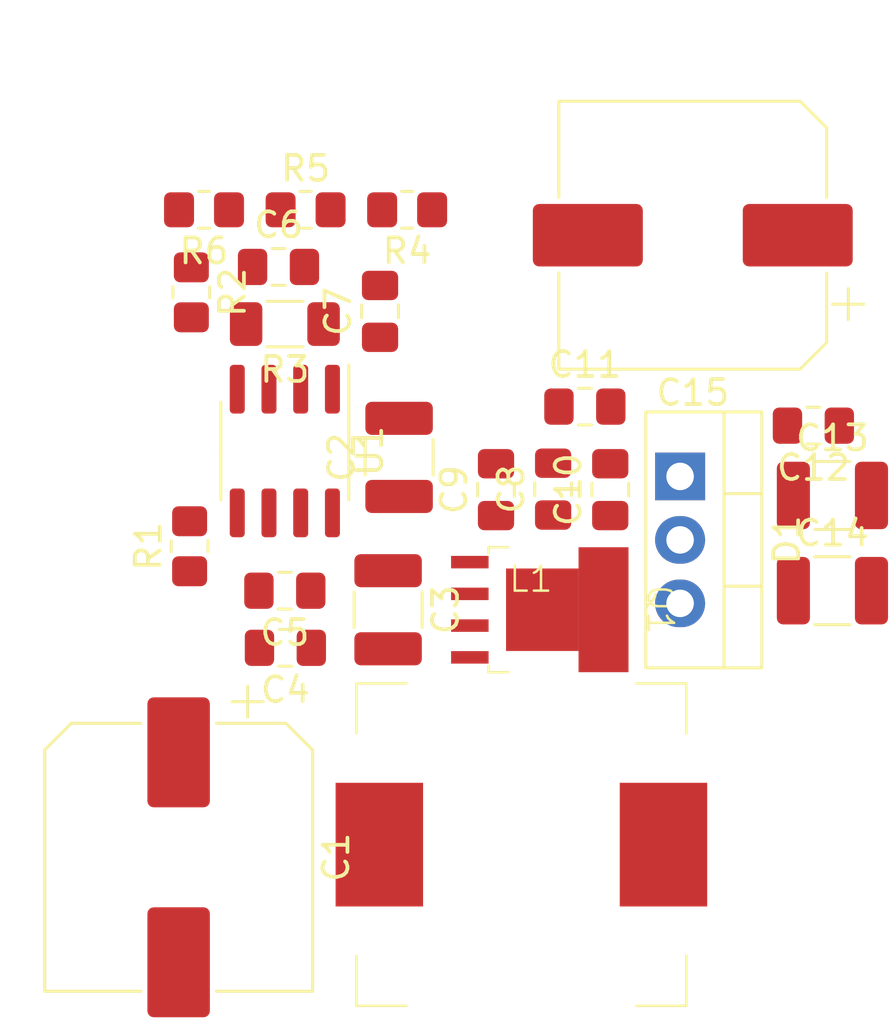
<source format=kicad_pcb>
(kicad_pcb (version 20221018) (generator pcbnew)
  (layers (0 "F.Cu" signal) (1 "In1.Cu" signal) (2 "In2.Cu" signal) (31 "B.Cu" signal) (34 "B.Paste" user) (35 "F.Paste" user) (36 "B.SilkS" user "B.Silkscreen") (37 "F.SilkS" user "F.Silkscreen") (38 "B.Mask" user) (39 "F.Mask" user) (44 "Edge.Cuts" user))
  (net 0 "")
  (net 1 "/VIN")
  (net 2 "GND")
  (net 3 "/S_COMP_POSB_R2")
  (net 4 "/S_COMP_POSB")
  (net 5 "/S_ISEN_POSB")
  (net 6 "Net-(D1-K)")
  (net 7 "/S_FA{slash}SD_POSB")
  (net 8 "/S_DIV")
  (net 9 "/S_FB_POSB")
  (net 10 "/DR_POSB")
  (net 11 "/SW_POSB")
  (footprint "Resistor_SMD:R_0805_2012Metric_Pad1.20x1.40mm_HandSolder" (layer "F.Cu") (at 180.848 66.802 180)
    (fp_text reference "R4" (at 0 -1.65) (layer "F.SilkS"))
    (fp_text value "100k")
    (fp_line (start -0.227064 -0.735) (end 0.227064 -0.735) (stroke (width 0.12)) (layer "F.SilkS"))
    (fp_line (start -0.227064 0.735) (end 0.227064 0.735) (stroke (width 0.12)) (layer "F.SilkS"))
    (pad "1" smd roundrect (at -1 0 180) (size 1.2 1.4) (layers "F.Cu" "F.Paste" "F.Mask") (roundrect_rratio 0.2083333333) (net 6 "Net-(D1-K)"))
    (pad "2" smd roundrect (at 1 0 180) (size 1.2 1.4) (layers "F.Cu" "F.Paste" "F.Mask") (roundrect_rratio 0.2083333333) (net 8 "/S_DIV"))
  )
  (footprint "Capacitor_SMD:CP_Elec_10x10.5" (layer "F.Cu") (at 171.704 92.71 -90)
    (fp_text reference "C1" (at 0 -6.3 90) (layer "F.SilkS"))
    (fp_text value "220u")
    (fp_line (start -6.85 -2.76) (end -5.6 -2.76) (stroke (width 0.12)) (layer "F.SilkS"))
    (fp_line (start -6.225 -3.385) (end -6.225 -2.135) (stroke (width 0.12)) (layer "F.SilkS"))
    (fp_line (start -5.36 -4.295563) (end -5.36 -1.51) (stroke (width 0.12)) (layer "F.SilkS"))
    (fp_line (start -5.36 -4.295563) (end -4.295563 -5.36) (stroke (width 0.12)) (layer "F.SilkS"))
    (fp_line (start -5.36 4.295563) (end -5.36 1.51) (stroke (width 0.12)) (layer "F.SilkS"))
    (fp_line (start -5.36 4.295563) (end -4.295563 5.36) (stroke (width 0.12)) (layer "F.SilkS"))
    (fp_line (start -4.295563 -5.36) (end 5.36 -5.36) (stroke (width 0.12)) (layer "F.SilkS"))
    (fp_line (start -4.295563 5.36) (end 5.36 5.36) (stroke (width 0.12)) (layer "F.SilkS"))
    (fp_line (start 5.36 -5.36) (end 5.36 -1.51) (stroke (width 0.12)) (layer "F.SilkS"))
    (fp_line (start 5.36 5.36) (end 5.36 1.51) (stroke (width 0.12)) (layer "F.SilkS"))
    (pad "1" smd roundrect (at -4.2 0 270) (size 4.4 2.5) (layers "F.Cu" "F.Paste" "F.Mask") (roundrect_rratio 0.1) (net 1 "/VIN"))
    (pad "2" smd roundrect (at 4.2 0 270) (size 4.4 2.5) (layers "F.Cu" "F.Paste" "F.Mask") (roundrect_rratio 0.1) (net 2 "GND"))
  )
  (footprint "Resistor_SMD:R_0805_2012Metric_Pad1.20x1.40mm_HandSolder" (layer "F.Cu") (at 172.144 80.264 90)
    (fp_text reference "R1" (at 0 -1.65 90) (layer "F.SilkS"))
    (fp_text value "13k")
    (fp_line (start -0.227064 -0.735) (end 0.227064 -0.735) (stroke (width 0.12)) (layer "F.SilkS"))
    (fp_line (start -0.227064 0.735) (end 0.227064 0.735) (stroke (width 0.12)) (layer "F.SilkS"))
    (pad "1" smd roundrect (at -1 0 90) (size 1.2 1.4) (layers "F.Cu" "F.Paste" "F.Mask") (roundrect_rratio 0.2083333333) (net 7 "/S_FA{slash}SD_POSB"))
    (pad "2" smd roundrect (at 1 0 90) (size 1.2 1.4) (layers "F.Cu" "F.Paste" "F.Mask") (roundrect_rratio 0.2083333333) (net 2 "GND"))
  )
  (footprint "Capacitor_SMD:C_0805_2012Metric_Pad1.18x1.45mm_HandSolder" (layer "F.Cu") (at 175.954 82.042 180)
    (fp_text reference "C5" (at 0 -1.68) (layer "F.SilkS"))
    (fp_text value "100n")
    (fp_line (start -0.261252 -0.735) (end 0.261252 -0.735) (stroke (width 0.12)) (layer "F.SilkS"))
    (fp_line (start -0.261252 0.735) (end 0.261252 0.735) (stroke (width 0.12)) (layer "F.SilkS"))
    (pad "1" smd roundrect (at -1.0375 0 180) (size 1.175 1.45) (layers "F.Cu" "F.Paste" "F.Mask") (roundrect_rratio 0.2127659574) (net 1 "/VIN"))
    (pad "2" smd roundrect (at 1.0375 0 180) (size 1.175 1.45) (layers "F.Cu" "F.Paste" "F.Mask") (roundrect_rratio 0.2127659574) (net 2 "GND"))
  )
  (footprint "Capacitor_SMD:C_0805_2012Metric_Pad1.18x1.45mm_HandSolder" (layer "F.Cu") (at 175.9755 84.328 180)
    (fp_text reference "C4" (at 0 -1.68) (layer "F.SilkS"))
    (fp_text value "1u")
    (fp_line (start -0.261252 -0.735) (end 0.261252 -0.735) (stroke (width 0.12)) (layer "F.SilkS"))
    (fp_line (start -0.261252 0.735) (end 0.261252 0.735) (stroke (width 0.12)) (layer "F.SilkS"))
    (pad "1" smd roundrect (at -1.0375 0 180) (size 1.175 1.45) (layers "F.Cu" "F.Paste" "F.Mask") (roundrect_rratio 0.2127659574) (net 1 "/VIN"))
    (pad "2" smd roundrect (at 1.0375 0 180) (size 1.175 1.45) (layers "F.Cu" "F.Paste" "F.Mask") (roundrect_rratio 0.2127659574) (net 2 "GND"))
  )
  (footprint "Package_TO_SOT_THT:TO-220-3_Vertical" (layer "F.Cu") (at 191.77 77.47 -90)
    (fp_text reference "D1" (at 2.54 -4.27 90) (layer "F.SilkS"))
    (fp_text value "WNS40H100CB")
    (fp_line (start -2.58 -3.27) (end -2.58 1.371) (stroke (width 0.12)) (layer "F.SilkS"))
    (fp_line (start -2.58 -3.27) (end 7.66 -3.27) (stroke (width 0.12)) (layer "F.SilkS"))
    (fp_line (start -2.58 -1.76) (end 7.66 -1.76) (stroke (width 0.12)) (layer "F.SilkS"))
    (fp_line (start -2.58 1.371) (end 7.66 1.371) (stroke (width 0.12)) (layer "F.SilkS"))
    (fp_line (start 0.69 -3.27) (end 0.69 -1.76) (stroke (width 0.12)) (layer "F.SilkS"))
    (fp_line (start 4.391 -3.27) (end 4.391 -1.76) (stroke (width 0.12)) (layer "F.SilkS"))
    (fp_line (start 7.66 -3.27) (end 7.66 1.371) (stroke (width 0.12)) (layer "F.SilkS"))
    (pad "1" thru_hole rect (at 0 0 270) (size 1.905 2) (drill 1.1) (layers "*.Cu" "*.Mask") (net 11 "/SW_POSB"))
    (pad "2" thru_hole oval (at 2.54 0 270) (size 1.905 2) (drill 1.1) (layers "*.Cu" "*.Mask") (net 6 "Net-(D1-K)"))
    (pad "3" thru_hole oval (at 5.08 0 270) (size 1.905 2) (drill 1.1) (layers "*.Cu" "*.Mask") (net 11 "/SW_POSB"))
  )
  (footprint "Package_SO:SOIC-8_3.9x4.9mm_P1.27mm" (layer "F.Cu") (at 175.954 76.454 -90)
    (fp_text reference "U1" (at 0 -3.4 90) (layer "F.SilkS"))
    (fp_text value "LM3478MA")
    (fp_line (start 0 -2.56) (end -3.45 -2.56) (stroke (width 0.12)) (layer "F.SilkS"))
    (fp_line (start 0 -2.56) (end 1.95 -2.56) (stroke (width 0.12)) (layer "F.SilkS"))
    (fp_line (start 0 2.56) (end -1.95 2.56) (stroke (width 0.12)) (layer "F.SilkS"))
    (fp_line (start 0 2.56) (end 1.95 2.56) (stroke (width 0.12)) (layer "F.SilkS"))
    (pad "1" smd roundrect (at -2.475 -1.905 270) (size 1.95 0.6) (layers "F.Cu" "F.Paste" "F.Mask") (net 5 "/S_ISEN_POSB"))
    (pad "2" smd roundrect (at -2.475 -0.635 270) (size 1.95 0.6) (layers "F.Cu" "F.Paste" "F.Mask") (net 4 "/S_COMP_POSB"))
    (pad "3" smd roundrect (at -2.475 0.635 270) (size 1.95 0.6) (layers "F.Cu" "F.Paste" "F.Mask") (net 9 "/S_FB_POSB"))
    (pad "4" smd roundrect (at -2.475 1.905 270) (size 1.95 0.6) (layers "F.Cu" "F.Paste" "F.Mask") (net 2 "GND"))
    (pad "5" smd roundrect (at 2.475 1.905 270) (size 1.95 0.6) (layers "F.Cu" "F.Paste" "F.Mask") (net 2 "GND"))
    (pad "6" smd roundrect (at 2.475 0.635 270) (size 1.95 0.6) (layers "F.Cu" "F.Paste" "F.Mask") (net 10 "/DR_POSB"))
    (pad "7" smd roundrect (at 2.475 -0.635 270) (size 1.95 0.6) (layers "F.Cu" "F.Paste" "F.Mask") (net 7 "/S_FA{slash}SD_POSB"))
    (pad "8" smd roundrect (at 2.475 -1.905 270) (size 1.95 0.6) (layers "F.Cu" "F.Paste" "F.Mask") (net 1 "/VIN"))
  )
  (footprint "Resistor_SMD:R_1206_3216Metric_Pad1.30x1.75mm_HandSolder" (layer "F.Cu") (at 175.954 71.374 180)
    (fp_text reference "R3" (at 0 -1.82) (layer "F.SilkS"))
    (fp_text value "15.5m")
    (fp_line (start -0.727064 -0.91) (end 0.727064 -0.91) (stroke (width 0.12)) (layer "F.SilkS"))
    (fp_line (start -0.727064 0.91) (end 0.727064 0.91) (stroke (width 0.12)) (layer "F.SilkS"))
    (pad "1" smd roundrect (at -1.55 0 180) (size 1.3 1.75) (layers "F.Cu" "F.Paste" "F.Mask") (roundrect_rratio 0.1923076923) (net 5 "/S_ISEN_POSB"))
    (pad "2" smd roundrect (at 1.55 0 180) (size 1.3 1.75) (layers "F.Cu" "F.Paste" "F.Mask") (roundrect_rratio 0.1923076923) (net 2 "GND"))
  )
  (footprint "filip:IHLP5050FD" (layer "F.Cu") (at 185.42 92.202)
    (fp_text reference "L1" (at 0.379 -10.62 unlocked) (layer "F.SilkS") (effects (font (thickness 0.1))))
    (fp_text value "5.6u")
    (fp_line (start -6.6 -4.45) (end -6.6 -6.45) (stroke (width 0.1)) (layer "F.SilkS"))
    (fp_line (start -6.6 4.45) (end -6.6 6.45) (stroke (width 0.1)) (layer "F.SilkS"))
    (fp_line (start -4.6 -6.45) (end -6.6 -6.45) (stroke (width 0.1)) (layer "F.SilkS"))
    (fp_line (start -4.6 6.45) (end -6.6 6.45) (stroke (width 0.1)) (layer "F.SilkS"))
    (fp_line (start 4.6 -6.45) (end 6.6 -6.45) (stroke (width 0.1)) (layer "F.SilkS"))
    (fp_line (start 4.6 6.45) (end 6.6 6.45) (stroke (width 0.1)) (layer "F.SilkS"))
    (fp_line (start 6.6 -4.45) (end 6.6 -6.45) (stroke (width 0.1)) (layer "F.SilkS"))
    (fp_line (start 6.6 4.45) (end 6.6 6.45) (stroke (width 0.1)) (layer "F.SilkS"))
    (pad "1" smd rect (at -3.935 0) (size 3.5 4.95) (drill (offset -1.75 0)) (layers "F.Cu" "F.Paste" "F.Mask") (net 1 "/VIN"))
    (pad "2" smd rect (at 3.935 0) (size 3.5 4.95) (drill (offset 1.75 0)) (layers "F.Cu" "F.Paste" "F.Mask") (net 11 "/SW_POSB"))
  )
  (footprint "filip:PSMN4R0" (layer "F.Cu") (at 185.906 82.804 -90)
    (fp_text reference "Q1" (at 0 -5.08 -90 unlocked) (layer "F.SilkS") (effects (font (thickness 0.1))))
    (fp_text value "IPP029N15NM6")
    (fp_line (start -2.5 1.8) (end -2.5 1) (stroke (width 0.1)) (layer "F.SilkS"))
    (fp_line (start -2.5 1.8) (end -2.25 1.8) (stroke (width 0.1)) (layer "F.SilkS"))
    (fp_line (start 2.5 1.8) (end 2.25 1.8) (stroke (width 0.1)) (layer "F.SilkS"))
    (fp_line (start 2.5 1.8) (end 2.5 1) (stroke (width 0.1)) (layer "F.SilkS"))
    (pad "1" smd rect (at 0 -1.8 270) (size 3.3 2.9) (drill (offset 0 1.45)) (layers "F.Cu" "F.Paste" "F.Mask") (net 11 "/SW_POSB"))
    (pad "1" smd rect (at 0 -1.8 270) (size 5 2) (drill (offset 0 -1)) (layers "F.Cu" "F.Paste" "F.Mask") (net 11 "/SW_POSB"))
    (pad "2" smd rect (at 1.905 3.3 270) (size 0.5 1.5) (drill (offset 0 -0.75)) (layers "F.Cu" "F.Paste" "F.Mask") (net 10 "/DR_POSB"))
    (pad "3" smd rect (at -1.905 3.3 270) (size 0.5 1.5) (drill (offset 0 -0.75)) (layers "F.Cu" "F.Paste" "F.Mask") (net 5 "/S_ISEN_POSB"))
    (pad "3" smd rect (at -0.635 3.3 270) (size 0.5 1.5) (drill (offset 0 -0.75)) (layers "F.Cu" "F.Paste" "F.Mask") (net 5 "/S_ISEN_POSB"))
    (pad "3" smd rect (at 0.635 3.3 270) (size 0.5 1.5) (drill (offset 0 -0.75)) (layers "F.Cu" "F.Paste" "F.Mask") (net 5 "/S_ISEN_POSB"))
  )
  (footprint "Capacitor_SMD:C_1210_3225Metric_Pad1.33x2.70mm_HandSolder" (layer "F.Cu") (at 197.866 78.232)
    (fp_text reference "C13" (at 0 -2.3) (layer "F.SilkS"))
    (fp_text value "47u")
    (fp_line (start -0.711252 -1.36) (end 0.711252 -1.36) (stroke (width 0.12)) (layer "F.SilkS"))
    (fp_line (start -0.711252 1.36) (end 0.711252 1.36) (stroke (width 0.12)) (layer "F.SilkS"))
    (pad "1" smd roundrect (at -1.5625 0) (size 1.325 2.7) (layers "F.Cu" "F.Paste" "F.Mask") (roundrect_rratio 0.1886792453) (net 6 "Net-(D1-K)"))
    (pad "2" smd roundrect (at 1.5625 0) (size 1.325 2.7) (layers "F.Cu" "F.Paste" "F.Mask") (roundrect_rratio 0.1886792453) (net 2 "GND"))
  )
  (footprint "Capacitor_SMD:C_0805_2012Metric_Pad1.18x1.45mm_HandSolder" (layer "F.Cu") (at 188.976 77.9995 90)
    (fp_text reference "C10" (at 0 -1.68 90) (layer "F.SilkS"))
    (fp_text value "1u")
    (fp_line (start -0.261252 -0.735) (end 0.261252 -0.735) (stroke (width 0.12)) (layer "F.SilkS"))
    (fp_line (start -0.261252 0.735) (end 0.261252 0.735) (stroke (width 0.12)) (layer "F.SilkS"))
    (pad "1" smd roundrect (at -1.0375 0 90) (size 1.175 1.45) (layers "F.Cu" "F.Paste" "F.Mask") (roundrect_rratio 0.2127659574) (net 11 "/SW_POSB"))
    (pad "2" smd roundrect (at 1.0375 0 90) (size 1.175 1.45) (layers "F.Cu" "F.Paste" "F.Mask") (roundrect_rratio 0.2127659574) (net 2 "GND"))
  )
  (footprint "Capacitor_SMD:C_1210_3225Metric_Pad1.33x2.70mm_HandSolder" (layer "F.Cu") (at 180.526 76.708 90)
    (fp_text reference "C2" (at 0 -2.3 90) (layer "F.SilkS"))
    (fp_text value "47u")
    (fp_line (start -0.711252 -1.36) (end 0.711252 -1.36) (stroke (width 0.12)) (layer "F.SilkS"))
    (fp_line (start -0.711252 1.36) (end 0.711252 1.36) (stroke (width 0.12)) (layer "F.SilkS"))
    (pad "1" smd roundrect (at -1.5625 0 90) (size 1.325 2.7) (layers "F.Cu" "F.Paste" "F.Mask") (roundrect_rratio 0.1886792453) (net 1 "/VIN"))
    (pad "2" smd roundrect (at 1.5625 0 90) (size 1.325 2.7) (layers "F.Cu" "F.Paste" "F.Mask") (roundrect_rratio 0.1886792453) (net 2 "GND"))
  )
  (footprint "Resistor_SMD:R_0805_2012Metric_Pad1.20x1.40mm_HandSolder" (layer "F.Cu") (at 172.212 70.104 -90)
    (fp_text reference "R2" (at 0 -1.65 90) (layer "F.SilkS"))
    (fp_text value "10k")
    (fp_line (start -0.227064 -0.735) (end 0.227064 -0.735) (stroke (width 0.12)) (layer "F.SilkS"))
    (fp_line (start -0.227064 0.735) (end 0.227064 0.735) (stroke (width 0.12)) (layer "F.SilkS"))
    (pad "1" smd roundrect (at -1 0 270) (size 1.2 1.4) (layers "F.Cu" "F.Paste" "F.Mask") (roundrect_rratio 0.2083333333) (net 3 "/S_COMP_POSB_R2"))
    (pad "2" smd roundrect (at 1 0 270) (size 1.2 1.4) (layers "F.Cu" "F.Paste" "F.Mask") (roundrect_rratio 0.2083333333) (net 2 "GND"))
  )
  (footprint "Capacitor_SMD:C_0805_2012Metric_Pad1.18x1.45mm_HandSolder" (layer "F.Cu") (at 175.7 69.088)
    (fp_text reference "C6" (at 0 -1.68) (layer "F.SilkS"))
    (fp_text value "2.2n")
    (fp_line (start -0.261252 -0.735) (end 0.261252 -0.735) (stroke (width 0.12)) (layer "F.SilkS"))
    (fp_line (start -0.261252 0.735) (end 0.261252 0.735) (stroke (width 0.12)) (layer "F.SilkS"))
    (pad "1" smd roundrect (at -1.0375 0) (size 1.175 1.45) (layers "F.Cu" "F.Paste" "F.Mask") (roundrect_rratio 0.2127659574) (net 3 "/S_COMP_POSB_R2"))
    (pad "2" smd roundrect (at 1.0375 0) (size 1.175 1.45) (layers "F.Cu" "F.Paste" "F.Mask") (roundrect_rratio 0.2127659574) (net 4 "/S_COMP_POSB"))
  )
  (footprint "Capacitor_SMD:C_0805_2012Metric_Pad1.18x1.45mm_HandSolder" (layer "F.Cu") (at 197.104 75.438 180)
    (fp_text reference "C12" (at 0 -1.68) (layer "F.SilkS"))
    (fp_text value "1u")
    (fp_line (start -0.261252 -0.735) (end 0.261252 -0.735) (stroke (width 0.12)) (layer "F.SilkS"))
    (fp_line (start -0.261252 0.735) (end 0.261252 0.735) (stroke (width 0.12)) (layer "F.SilkS"))
    (pad "1" smd roundrect (at -1.0375 0 180) (size 1.175 1.45) (layers "F.Cu" "F.Paste" "F.Mask") (roundrect_rratio 0.2127659574) (net 6 "Net-(D1-K)"))
    (pad "2" smd roundrect (at 1.0375 0 180) (size 1.175 1.45) (layers "F.Cu" "F.Paste" "F.Mask") (roundrect_rratio 0.2127659574) (net 11 "/SW_POSB"))
  )
  (footprint "Capacitor_SMD:C_0805_2012Metric_Pad1.18x1.45mm_HandSolder" (layer "F.Cu") (at 179.764 70.866 90)
    (fp_text reference "C7" (at 0 -1.68 90) (layer "F.SilkS"))
    (fp_text value "220n")
    (fp_line (start -0.261252 -0.735) (end 0.261252 -0.735) (stroke (width 0.12)) (layer "F.SilkS"))
    (fp_line (start -0.261252 0.735) (end 0.261252 0.735) (stroke (width 0.12)) (layer "F.SilkS"))
    (pad "1" smd roundrect (at -1.0375 0 90) (size 1.175 1.45) (layers "F.Cu" "F.Paste" "F.Mask") (roundrect_rratio 0.2127659574) (net 5 "/S_ISEN_POSB"))
    (pad "2" smd roundrect (at 1.0375 0 90) (size 1.175 1.45) (layers "F.Cu" "F.Paste" "F.Mask") (roundrect_rratio 0.2127659574) (net 2 "GND"))
  )
  (footprint "Capacitor_SMD:C_1210_3225Metric_Pad1.33x2.70mm_HandSolder" (layer "F.Cu") (at 197.866 82.042)
    (fp_text reference "C14" (at 0 -2.3) (layer "F.SilkS"))
    (fp_text value "47u")
    (fp_line (start -0.711252 -1.36) (end 0.711252 -1.36) (stroke (width 0.12)) (layer "F.SilkS"))
    (fp_line (start -0.711252 1.36) (end 0.711252 1.36) (stroke (width 0.12)) (layer "F.SilkS"))
    (pad "1" smd roundrect (at -1.5625 0) (size 1.325 2.7) (layers "F.Cu" "F.Paste" "F.Mask") (roundrect_rratio 0.1886792453) (net 6 "Net-(D1-K)"))
    (pad "2" smd roundrect (at 1.5625 0) (size 1.325 2.7) (layers "F.Cu" "F.Paste" "F.Mask") (roundrect_rratio 0.1886792453) (net 2 "GND"))
  )
  (footprint "Resistor_SMD:R_0805_2012Metric_Pad1.20x1.40mm_HandSolder" (layer "F.Cu") (at 176.784 66.802)
    (fp_text reference "R5" (at 0 -1.65) (layer "F.SilkS"))
    (fp_text value "27k")
    (fp_line (start -0.227064 -0.735) (end 0.227064 -0.735) (stroke (width 0.12)) (layer "F.SilkS"))
    (fp_line (start -0.227064 0.735) (end 0.227064 0.735) (stroke (width 0.12)) (layer "F.SilkS"))
    (pad "1" smd roundrect (at -1 0) (size 1.2 1.4) (layers "F.Cu" "F.Paste" "F.Mask") (roundrect_rratio 0.2083333333) (net 8 "/S_DIV"))
    (pad "2" smd roundrect (at 1 0) (size 1.2 1.4) (layers "F.Cu" "F.Paste" "F.Mask") (roundrect_rratio 0.2083333333) (net 9 "/S_FB_POSB"))
  )
  (footprint "Capacitor_SMD:C_0805_2012Metric_Pad1.18x1.45mm_HandSolder" (layer "F.Cu") (at 184.404 77.9995 90)
    (fp_text reference "C9" (at 0 -1.68 90) (layer "F.SilkS"))
    (fp_text value "100n")
    (fp_line (start -0.261252 -0.735) (end 0.261252 -0.735) (stroke (width 0.12)) (layer "F.SilkS"))
    (fp_line (start -0.261252 0.735) (end 0.261252 0.735) (stroke (width 0.12)) (layer "F.SilkS"))
    (pad "1" smd roundrect (at -1.0375 0 90) (size 1.175 1.45) (layers "F.Cu" "F.Paste" "F.Mask") (roundrect_rratio 0.2127659574) (net 11 "/SW_POSB"))
    (pad "2" smd roundrect (at 1.0375 0 90) (size 1.175 1.45) (layers "F.Cu" "F.Paste" "F.Mask") (roundrect_rratio 0.2127659574) (net 2 "GND"))
  )
  (footprint "Capacitor_SMD:C_0805_2012Metric_Pad1.18x1.45mm_HandSolder" (layer "F.Cu") (at 186.69 77.978 90)
    (fp_text reference "C8" (at 0 -1.68 90) (layer "F.SilkS"))
    (fp_text value "100n")
    (fp_line (start -0.261252 -0.735) (end 0.261252 -0.735) (stroke (width 0.12)) (layer "F.SilkS"))
    (fp_line (start -0.261252 0.735) (end 0.261252 0.735) (stroke (width 0.12)) (layer "F.SilkS"))
    (pad "1" smd roundrect (at -1.0375 0 90) (size 1.175 1.45) (layers "F.Cu" "F.Paste" "F.Mask") (roundrect_rratio 0.2127659574) (net 11 "/SW_POSB"))
    (pad "2" smd roundrect (at 1.0375 0 90) (size 1.175 1.45) (layers "F.Cu" "F.Paste" "F.Mask") (roundrect_rratio 0.2127659574) (net 2 "GND"))
  )
  (footprint "Capacitor_SMD:C_0805_2012Metric_Pad1.18x1.45mm_HandSolder" (layer "F.Cu") (at 187.96 74.676)
    (fp_text reference "C11" (at 0 -1.68) (layer "F.SilkS"))
    (fp_text value "100n")
    (fp_line (start -0.261252 -0.735) (end 0.261252 -0.735) (stroke (width 0.12)) (layer "F.SilkS"))
    (fp_line (start -0.261252 0.735) (end 0.261252 0.735) (stroke (width 0.12)) (layer "F.SilkS"))
    (pad "1" smd roundrect (at -1.0375 0) (size 1.175 1.45) (layers "F.Cu" "F.Paste" "F.Mask") (roundrect_rratio 0.2127659574) (net 6 "Net-(D1-K)"))
    (pad "2" smd roundrect (at 1.0375 0) (size 1.175 1.45) (layers "F.Cu" "F.Paste" "F.Mask") (roundrect_rratio 0.2127659574) (net 11 "/SW_POSB"))
  )
  (footprint "Capacitor_SMD:C_1210_3225Metric_Pad1.33x2.70mm_HandSolder" (layer "F.Cu") (at 180.086 82.804 -90)
    (fp_text reference "C3" (at 0 -2.3 -270) (layer "F.SilkS"))
    (fp_text value "47u")
    (fp_line (start -0.711252 -1.36) (end 0.711252 -1.36) (stroke (width 0.12)) (layer "F.SilkS"))
    (fp_line (start -0.711252 1.36) (end 0.711252 1.36) (stroke (width 0.12)) (layer "F.SilkS"))
    (pad "1" smd roundrect (at -1.5625 0 270) (size 1.325 2.7) (layers "F.Cu" "F.Paste" "F.Mask") (roundrect_rratio 0.1886792453) (net 1 "/VIN"))
    (pad "2" smd roundrect (at 1.5625 0 270) (size 1.325 2.7) (layers "F.Cu" "F.Paste" "F.Mask") (roundrect_rratio 0.1886792453) (net 2 "GND"))
  )
  (footprint "Capacitor_SMD:CP_Elec_10x10.5" (layer "F.Cu") (at 192.278 67.818 180)
    (fp_text reference "C15" (at 0 -6.3) (layer "F.SilkS"))
    (fp_text value "220u")
    (fp_line (start -6.85 -2.76) (end -5.6 -2.76) (stroke (width 0.12)) (layer "F.SilkS"))
    (fp_line (start -6.225 -3.385) (end -6.225 -2.135) (stroke (width 0.12)) (layer "F.SilkS"))
    (fp_line (start -5.36 -4.295563) (end -5.36 -1.51) (stroke (width 0.12)) (layer "F.SilkS"))
    (fp_line (start -5.36 -4.295563) (end -4.295563 -5.36) (stroke (width 0.12)) (layer "F.SilkS"))
    (fp_line (start -5.36 4.295563) (end -5.36 1.51) (stroke (width 0.12)) (layer "F.SilkS"))
    (fp_line (start -5.36 4.295563) (end -4.295563 5.36) (stroke (width 0.12)) (layer "F.SilkS"))
    (fp_line (start -4.295563 -5.36) (end 5.36 -5.36) (stroke (width 0.12)) (layer "F.SilkS"))
    (fp_line (start -4.295563 5.36) (end 5.36 5.36) (stroke (width 0.12)) (layer "F.SilkS"))
    (fp_line (start 5.36 -5.36) (end 5.36 -1.51) (stroke (width 0.12)) (layer "F.SilkS"))
    (fp_line (start 5.36 5.36) (end 5.36 1.51) (stroke (width 0.12)) (layer "F.SilkS"))
    (pad "1" smd roundrect (at -4.2 0 180) (size 4.4 2.5) (layers "F.Cu" "F.Paste" "F.Mask") (roundrect_rratio 0.1) (net 6 "Net-(D1-K)"))
    (pad "2" smd roundrect (at 4.2 0 180) (size 4.4 2.5) (layers "F.Cu" "F.Paste" "F.Mask") (roundrect_rratio 0.1) (net 2 "GND"))
  )
  (footprint "Resistor_SMD:R_0805_2012Metric_Pad1.20x1.40mm_HandSolder" (layer "F.Cu") (at 172.72 66.802 180)
    (fp_text reference "R6" (at 0 -1.65) (layer "F.SilkS"))
    (fp_text value "10k")
    (fp_line (start -0.227064 -0.735) (end 0.227064 -0.735) (stroke (width 0.12)) (layer "F.SilkS"))
    (fp_line (start -0.227064 0.735) (end 0.227064 0.735) (stroke (width 0.12)) (layer "F.SilkS"))
    (pad "1" smd roundrect (at -1 0 180) (size 1.2 1.4) (layers "F.Cu" "F.Paste" "F.Mask") (roundrect_rratio 0.2083333333) (net 9 "/S_FB_POSB"))
    (pad "2" smd roundrect (at 1 0 180) (size 1.2 1.4) (layers "F.Cu" "F.Paste" "F.Mask") (roundrect_rratio 0.2083333333) (net 2 "GND"))
  )
)
</source>
